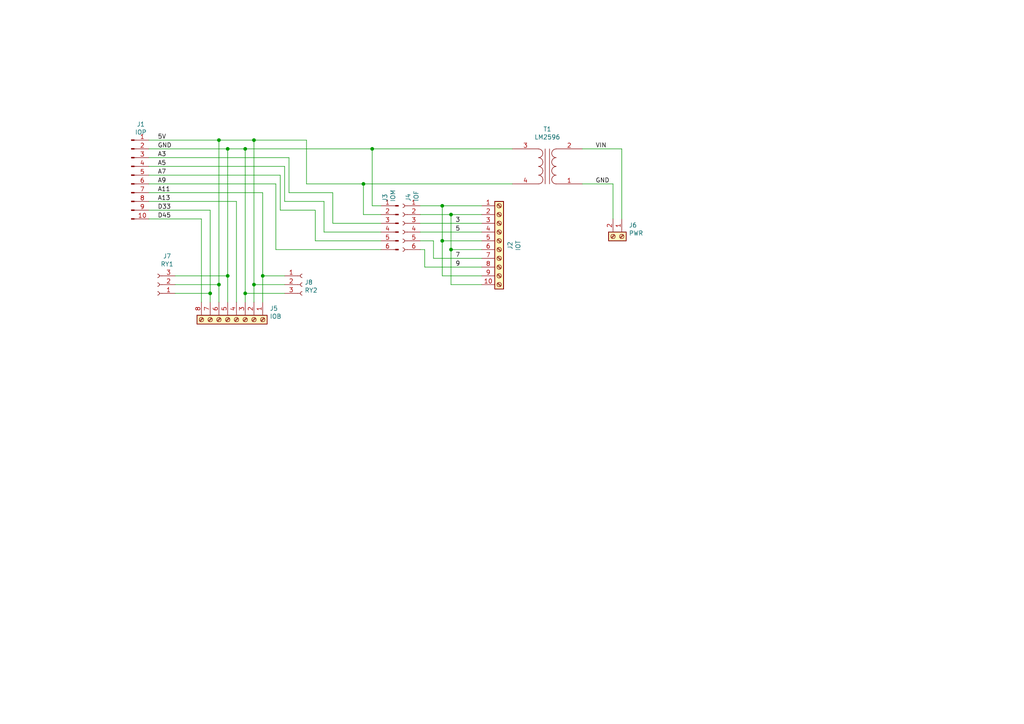
<source format=kicad_sch>
(kicad_sch (version 20230121) (generator eeschema)
  (paper "A4")
  (lib_symbols
    (symbol "Connector:Screw_Terminal_01x02" (pin_names (offset 1.016) hide)
      (property "Reference" "J" (at 0 2.54 0))
      (property "Value" "Screw_Terminal_01x02" (at 0 -5.08 0))
      (symbol "Screw_Terminal_01x02_1_1"
        (rectangle (start -1.27 1.27) (end 1.27 -3.81) (stroke (width 0.254)) (fill (type background)))
        (circle (center 0 -2.54) (radius 0.635) (stroke (width 0.1524)))
        (polyline (pts (xy -0.5334 -2.2098) (xy 0.3302 -3.048)) (stroke (width 0.1524)))
        (polyline (pts (xy -0.5334 0.3302) (xy 0.3302 -0.508)) (stroke (width 0.1524)))
        (polyline (pts (xy -0.3556 -2.032) (xy 0.508 -2.8702)) (stroke (width 0.1524)))
        (polyline (pts (xy -0.3556 0.508) (xy 0.508 -0.3302)) (stroke (width 0.1524)))
        (circle (center 0 0) (radius 0.635) (stroke (width 0.1524)))
        (pin passive line (at -5.08 0 0) (length 3.81) (name "Pin_1") (number "1"))
        (pin passive line (at -5.08 -2.54 0) (length 3.81) (name "Pin_2") (number "2"))
      )
    )
    (symbol "Connector:Screw_Terminal_01x08" (pin_names (offset 1.016) hide)
      (property "Reference" "J" (at 0 10.16 0))
      (property "Value" "Screw_Terminal_01x08" (at 0 -12.7 0))
      (symbol "Screw_Terminal_01x08_1_1"
        (rectangle (start -1.27 8.89) (end 1.27 -11.43) (stroke (width 0.254)) (fill (type background)))
        (circle (center 0 -10.16) (radius 0.635) (stroke (width 0.1524)))
        (circle (center 0 -7.62) (radius 0.635) (stroke (width 0.1524)))
        (circle (center 0 -5.08) (radius 0.635) (stroke (width 0.1524)))
        (circle (center 0 -2.54) (radius 0.635) (stroke (width 0.1524)))
        (polyline (pts (xy -0.5334 -9.8298) (xy 0.3302 -10.668)) (stroke (width 0.1524)))
        (polyline (pts (xy -0.5334 -7.2898) (xy 0.3302 -8.128)) (stroke (width 0.1524)))
        (polyline (pts (xy -0.5334 -4.7498) (xy 0.3302 -5.588)) (stroke (width 0.1524)))
        (polyline (pts (xy -0.5334 -2.2098) (xy 0.3302 -3.048)) (stroke (width 0.1524)))
        (polyline (pts (xy -0.5334 0.3302) (xy 0.3302 -0.508)) (stroke (width 0.1524)))
        (polyline (pts (xy -0.5334 2.8702) (xy 0.3302 2.032)) (stroke (width 0.1524)))
        (polyline (pts (xy -0.5334 5.4102) (xy 0.3302 4.572)) (stroke (width 0.1524)))
        (polyline (pts (xy -0.5334 7.9502) (xy 0.3302 7.112)) (stroke (width 0.1524)))
        (polyline (pts (xy -0.3556 -9.652) (xy 0.508 -10.4902)) (stroke (width 0.1524)))
        (polyline (pts (xy -0.3556 -7.112) (xy 0.508 -7.9502)) (stroke (width 0.1524)))
        (polyline (pts (xy -0.3556 -4.572) (xy 0.508 -5.4102)) (stroke (width 0.1524)))
        (polyline (pts (xy -0.3556 -2.032) (xy 0.508 -2.8702)) (stroke (width 0.1524)))
        (polyline (pts (xy -0.3556 0.508) (xy 0.508 -0.3302)) (stroke (width 0.1524)))
        (polyline (pts (xy -0.3556 3.048) (xy 0.508 2.2098)) (stroke (width 0.1524)))
        (polyline (pts (xy -0.3556 5.588) (xy 0.508 4.7498)) (stroke (width 0.1524)))
        (polyline (pts (xy -0.3556 8.128) (xy 0.508 7.2898)) (stroke (width 0.1524)))
        (circle (center 0 0) (radius 0.635) (stroke (width 0.1524)))
        (circle (center 0 2.54) (radius 0.635) (stroke (width 0.1524)))
        (circle (center 0 5.08) (radius 0.635) (stroke (width 0.1524)))
        (circle (center 0 7.62) (radius 0.635) (stroke (width 0.1524)))
        (pin passive line (at -5.08 7.62 0) (length 3.81) (name "Pin_1") (number "1"))
        (pin passive line (at -5.08 5.08 0) (length 3.81) (name "Pin_2") (number "2"))
        (pin passive line (at -5.08 2.54 0) (length 3.81) (name "Pin_3") (number "3"))
        (pin passive line (at -5.08 0 0) (length 3.81) (name "Pin_4") (number "4"))
        (pin passive line (at -5.08 -2.54 0) (length 3.81) (name "Pin_5") (number "5"))
        (pin passive line (at -5.08 -5.08 0) (length 3.81) (name "Pin_6") (number "6"))
        (pin passive line (at -5.08 -7.62 0) (length 3.81) (name "Pin_7") (number "7"))
        (pin passive line (at -5.08 -10.16 0) (length 3.81) (name "Pin_8") (number "8"))
      )
    )
    (symbol "Connector:Screw_Terminal_01x10" (pin_names (offset 1.016) hide)
      (property "Reference" "J" (at 0 12.7 0))
      (property "Value" "Screw_Terminal_01x10" (at 0 -15.24 0))
      (symbol "Screw_Terminal_01x10_1_1"
        (rectangle (start -1.27 11.43) (end 1.27 -13.97) (stroke (width 0.254)) (fill (type background)))
        (circle (center 0 -12.7) (radius 0.635) (stroke (width 0.1524)))
        (circle (center 0 -10.16) (radius 0.635) (stroke (width 0.1524)))
        (circle (center 0 -7.62) (radius 0.635) (stroke (width 0.1524)))
        (circle (center 0 -5.08) (radius 0.635) (stroke (width 0.1524)))
        (circle (center 0 -2.54) (radius 0.635) (stroke (width 0.1524)))
        (polyline (pts (xy -0.5334 -12.3698) (xy 0.3302 -13.208)) (stroke (width 0.1524)))
        (polyline (pts (xy -0.5334 -9.8298) (xy 0.3302 -10.668)) (stroke (width 0.1524)))
        (polyline (pts (xy -0.5334 -7.2898) (xy 0.3302 -8.128)) (stroke (width 0.1524)))
        (polyline (pts (xy -0.5334 -4.7498) (xy 0.3302 -5.588)) (stroke (width 0.1524)))
        (polyline (pts (xy -0.5334 -2.2098) (xy 0.3302 -3.048)) (stroke (width 0.1524)))
        (polyline (pts (xy -0.5334 0.3302) (xy 0.3302 -0.508)) (stroke (width 0.1524)))
        (polyline (pts (xy -0.5334 2.8702) (xy 0.3302 2.032)) (stroke (width 0.1524)))
        (polyline (pts (xy -0.5334 5.4102) (xy 0.3302 4.572)) (stroke (width 0.1524)))
        (polyline (pts (xy -0.5334 7.9502) (xy 0.3302 7.112)) (stroke (width 0.1524)))
        (polyline (pts (xy -0.5334 10.4902) (xy 0.3302 9.652)) (stroke (width 0.1524)))
        (polyline (pts (xy -0.3556 -12.192) (xy 0.508 -13.0302)) (stroke (width 0.1524)))
        (polyline (pts (xy -0.3556 -9.652) (xy 0.508 -10.4902)) (stroke (width 0.1524)))
        (polyline (pts (xy -0.3556 -7.112) (xy 0.508 -7.9502)) (stroke (width 0.1524)))
        (polyline (pts (xy -0.3556 -4.572) (xy 0.508 -5.4102)) (stroke (width 0.1524)))
        (polyline (pts (xy -0.3556 -2.032) (xy 0.508 -2.8702)) (stroke (width 0.1524)))
        (polyline (pts (xy -0.3556 0.508) (xy 0.508 -0.3302)) (stroke (width 0.1524)))
        (polyline (pts (xy -0.3556 3.048) (xy 0.508 2.2098)) (stroke (width 0.1524)))
        (polyline (pts (xy -0.3556 5.588) (xy 0.508 4.7498)) (stroke (width 0.1524)))
        (polyline (pts (xy -0.3556 8.128) (xy 0.508 7.2898)) (stroke (width 0.1524)))
        (polyline (pts (xy -0.3556 10.668) (xy 0.508 9.8298)) (stroke (width 0.1524)))
        (circle (center 0 0) (radius 0.635) (stroke (width 0.1524)))
        (circle (center 0 2.54) (radius 0.635) (stroke (width 0.1524)))
        (circle (center 0 5.08) (radius 0.635) (stroke (width 0.1524)))
        (circle (center 0 7.62) (radius 0.635) (stroke (width 0.1524)))
        (circle (center 0 10.16) (radius 0.635) (stroke (width 0.1524)))
        (pin passive line (at -5.08 10.16 0) (length 3.81) (name "Pin_1") (number "1"))
        (pin passive line (at -5.08 -12.7 0) (length 3.81) (name "Pin_10") (number "10"))
        (pin passive line (at -5.08 7.62 0) (length 3.81) (name "Pin_2") (number "2"))
        (pin passive line (at -5.08 5.08 0) (length 3.81) (name "Pin_3") (number "3"))
        (pin passive line (at -5.08 2.54 0) (length 3.81) (name "Pin_4") (number "4"))
        (pin passive line (at -5.08 0 0) (length 3.81) (name "Pin_5") (number "5"))
        (pin passive line (at -5.08 -2.54 0) (length 3.81) (name "Pin_6") (number "6"))
        (pin passive line (at -5.08 -5.08 0) (length 3.81) (name "Pin_7") (number "7"))
        (pin passive line (at -5.08 -7.62 0) (length 3.81) (name "Pin_8") (number "8"))
        (pin passive line (at -5.08 -10.16 0) (length 3.81) (name "Pin_9") (number "9"))
      )
    )
    (symbol "Device:Transformer_1P_1S" (pin_names (offset 1.016) hide)
      (property "Reference" "T" (at 0 6.35 0))
      (property "Value" "Transformer_1P_1S" (at 0 -7.62 0))
      (symbol "Transformer_1P_1S_0_1"
        (arc (start -2.54 -5.0546) (mid -1.6599 -4.6901) (end -1.27 -3.81))
        (arc (start -2.54 -2.5146) (mid -1.6599 -2.1501) (end -1.27 -1.27))
        (arc (start -2.54 0.0254) (mid -1.6599 0.3899) (end -1.27 1.27))
        (arc (start -2.54 2.5654) (mid -1.6599 2.9299) (end -1.27 3.81))
        (arc (start -1.27 -3.81) (mid -1.642 -2.912) (end -2.54 -2.54))
        (arc (start -1.27 -1.27) (mid -1.642 -0.372) (end -2.54 0))
        (arc (start -1.27 1.27) (mid -1.642 2.168) (end -2.54 2.54))
        (arc (start -1.27 3.81) (mid -1.642 4.708) (end -2.54 5.08))
        (polyline (pts (xy -0.635 5.08) (xy -0.635 -5.08)))
        (polyline (pts (xy 0.635 -5.08) (xy 0.635 5.08)))
        (arc (start 1.2954 -1.27) (mid 1.6599 -2.1501) (end 2.54 -2.5146))
        (arc (start 1.2954 1.27) (mid 1.6599 0.3899) (end 2.54 0.0254))
        (arc (start 1.2954 3.81) (mid 1.6599 2.9299) (end 2.54 2.5654))
        (arc (start 1.3208 -3.81) (mid 1.6853 -4.6901) (end 2.5654 -5.0546))
        (arc (start 2.54 0) (mid 1.642 -0.372) (end 1.2954 -1.27))
        (arc (start 2.54 2.54) (mid 1.642 2.168) (end 1.2954 1.27))
        (arc (start 2.54 5.08) (mid 1.642 4.708) (end 1.2954 3.81))
        (arc (start 2.5654 -2.54) (mid 1.6674 -2.912) (end 1.3208 -3.81))
      )
      (symbol "Transformer_1P_1S_1_1"
        (pin passive line (at -10.16 5.08 0) (length 7.62) (name "AA") (number "1"))
        (pin passive line (at -10.16 -5.08 0) (length 7.62) (name "AB") (number "2"))
        (pin passive line (at 10.16 -5.08 180) (length 7.62) (name "SA") (number "3"))
        (pin passive line (at 10.16 5.08 180) (length 7.62) (name "SB") (number "4"))
      )
    )
    (symbol "SIOST-rescue:Conn_01x03_Female-Connector" (pin_names (offset 1.016) hide)
      (property "Reference" "J" (at 0 5.08 0))
      (property "Value" "Connector_Conn_01x03_Female" (at 0 -5.08 0))
      (symbol "Conn_01x03_Female-Connector_1_1"
        (arc (start 0 -2.032) (mid -0.5058 -2.54) (end 0 -3.048) (stroke (width 0.1524)))
        (polyline (pts (xy -1.27 -2.54) (xy -0.508 -2.54)) (stroke (width 0.1524)))
        (polyline (pts (xy -1.27 0) (xy -0.508 0)) (stroke (width 0.1524)))
        (polyline (pts (xy -1.27 2.54) (xy -0.508 2.54)) (stroke (width 0.1524)))
        (arc (start 0 0.508) (mid -0.5058 0) (end 0 -0.508) (stroke (width 0.1524)))
        (arc (start 0 3.048) (mid -0.5058 2.54) (end 0 2.032) (stroke (width 0.1524)))
        (pin passive line (at -5.08 2.54 0) (length 3.81) (name "Pin_1") (number "1"))
        (pin passive line (at -5.08 0 0) (length 3.81) (name "Pin_2") (number "2"))
        (pin passive line (at -5.08 -2.54 0) (length 3.81) (name "Pin_3") (number "3"))
      )
    )
    (symbol "SIOST-rescue:Conn_01x06_Female-Connector" (pin_names (offset 1.016) hide)
      (property "Reference" "J" (at 0 7.62 0))
      (property "Value" "Connector_Conn_01x06_Female" (at 0 -10.16 0))
      (symbol "Conn_01x06_Female-Connector_1_1"
        (arc (start 0 -7.112) (mid -0.5058 -7.62) (end 0 -8.128) (stroke (width 0.1524)))
        (arc (start 0 -4.572) (mid -0.5058 -5.08) (end 0 -5.588) (stroke (width 0.1524)))
        (arc (start 0 -2.032) (mid -0.5058 -2.54) (end 0 -3.048) (stroke (width 0.1524)))
        (polyline (pts (xy -1.27 -7.62) (xy -0.508 -7.62)) (stroke (width 0.1524)))
        (polyline (pts (xy -1.27 -5.08) (xy -0.508 -5.08)) (stroke (width 0.1524)))
        (polyline (pts (xy -1.27 -2.54) (xy -0.508 -2.54)) (stroke (width 0.1524)))
        (polyline (pts (xy -1.27 0) (xy -0.508 0)) (stroke (width 0.1524)))
        (polyline (pts (xy -1.27 2.54) (xy -0.508 2.54)) (stroke (width 0.1524)))
        (polyline (pts (xy -1.27 5.08) (xy -0.508 5.08)) (stroke (width 0.1524)))
        (arc (start 0 0.508) (mid -0.5058 0) (end 0 -0.508) (stroke (width 0.1524)))
        (arc (start 0 3.048) (mid -0.5058 2.54) (end 0 2.032) (stroke (width 0.1524)))
        (arc (start 0 5.588) (mid -0.5058 5.08) (end 0 4.572) (stroke (width 0.1524)))
        (pin passive line (at -5.08 5.08 0) (length 3.81) (name "Pin_1") (number "1"))
        (pin passive line (at -5.08 2.54 0) (length 3.81) (name "Pin_2") (number "2"))
        (pin passive line (at -5.08 0 0) (length 3.81) (name "Pin_3") (number "3"))
        (pin passive line (at -5.08 -2.54 0) (length 3.81) (name "Pin_4") (number "4"))
        (pin passive line (at -5.08 -5.08 0) (length 3.81) (name "Pin_5") (number "5"))
        (pin passive line (at -5.08 -7.62 0) (length 3.81) (name "Pin_6") (number "6"))
      )
    )
    (symbol "SIOST-rescue:Conn_01x06_Male-Connector" (pin_names (offset 1.016) hide)
      (property "Reference" "J" (at 0 7.62 0))
      (property "Value" "Connector_Conn_01x06_Male" (at 0 -10.16 0))
      (symbol "Conn_01x06_Male-Connector_1_1"
        (polyline (pts (xy 1.27 -7.62) (xy 0.8636 -7.62)) (stroke (width 0.1524)))
        (polyline (pts (xy 1.27 -5.08) (xy 0.8636 -5.08)) (stroke (width 0.1524)))
        (polyline (pts (xy 1.27 -2.54) (xy 0.8636 -2.54)) (stroke (width 0.1524)))
        (polyline (pts (xy 1.27 0) (xy 0.8636 0)) (stroke (width 0.1524)))
        (polyline (pts (xy 1.27 2.54) (xy 0.8636 2.54)) (stroke (width 0.1524)))
        (polyline (pts (xy 1.27 5.08) (xy 0.8636 5.08)) (stroke (width 0.1524)))
        (rectangle (start 0.8636 -7.493) (end 0 -7.747) (stroke (width 0.1524)) (fill (type outline)))
        (rectangle (start 0.8636 -4.953) (end 0 -5.207) (stroke (width 0.1524)) (fill (type outline)))
        (rectangle (start 0.8636 -2.413) (end 0 -2.667) (stroke (width 0.1524)) (fill (type outline)))
        (rectangle (start 0.8636 0.127) (end 0 -0.127) (stroke (width 0.1524)) (fill (type outline)))
        (rectangle (start 0.8636 2.667) (end 0 2.413) (stroke (width 0.1524)) (fill (type outline)))
        (rectangle (start 0.8636 5.207) (end 0 4.953) (stroke (width 0.1524)) (fill (type outline)))
        (pin passive line (at 5.08 5.08 180) (length 3.81) (name "Pin_1") (number "1"))
        (pin passive line (at 5.08 2.54 180) (length 3.81) (name "Pin_2") (number "2"))
        (pin passive line (at 5.08 0 180) (length 3.81) (name "Pin_3") (number "3"))
        (pin passive line (at 5.08 -2.54 180) (length 3.81) (name "Pin_4") (number "4"))
        (pin passive line (at 5.08 -5.08 180) (length 3.81) (name "Pin_5") (number "5"))
        (pin passive line (at 5.08 -7.62 180) (length 3.81) (name "Pin_6") (number "6"))
      )
    )
    (symbol "SIOST-rescue:Conn_01x10_Male-Connector" (pin_names (offset 1.016) hide)
      (property "Reference" "J" (at 0 12.7 0))
      (property "Value" "Connector_Conn_01x10_Male" (at 0 -15.24 0))
      (symbol "Conn_01x10_Male-Connector_1_1"
        (polyline (pts (xy 1.27 -12.7) (xy 0.8636 -12.7)) (stroke (width 0.1524)))
        (polyline (pts (xy 1.27 -10.16) (xy 0.8636 -10.16)) (stroke (width 0.1524)))
        (polyline (pts (xy 1.27 -7.62) (xy 0.8636 -7.62)) (stroke (width 0.1524)))
        (polyline (pts (xy 1.27 -5.08) (xy 0.8636 -5.08)) (stroke (width 0.1524)))
        (polyline (pts (xy 1.27 -2.54) (xy 0.8636 -2.54)) (stroke (width 0.1524)))
        (polyline (pts (xy 1.27 0) (xy 0.8636 0)) (stroke (width 0.1524)))
        (polyline (pts (xy 1.27 2.54) (xy 0.8636 2.54)) (stroke (width 0.1524)))
        (polyline (pts (xy 1.27 5.08) (xy 0.8636 5.08)) (stroke (width 0.1524)))
        (polyline (pts (xy 1.27 7.62) (xy 0.8636 7.62)) (stroke (width 0.1524)))
        (polyline (pts (xy 1.27 10.16) (xy 0.8636 10.16)) (stroke (width 0.1524)))
        (rectangle (start 0.8636 -12.573) (end 0 -12.827) (stroke (width 0.1524)) (fill (type outline)))
        (rectangle (start 0.8636 -10.033) (end 0 -10.287) (stroke (width 0.1524)) (fill (type outline)))
        (rectangle (start 0.8636 -7.493) (end 0 -7.747) (stroke (width 0.1524)) (fill (type outline)))
        (rectangle (start 0.8636 -4.953) (end 0 -5.207) (stroke (width 0.1524)) (fill (type outline)))
        (rectangle (start 0.8636 -2.413) (end 0 -2.667) (stroke (width 0.1524)) (fill (type outline)))
        (rectangle (start 0.8636 0.127) (end 0 -0.127) (stroke (width 0.1524)) (fill (type outline)))
        (rectangle (start 0.8636 2.667) (end 0 2.413) (stroke (width 0.1524)) (fill (type outline)))
        (rectangle (start 0.8636 5.207) (end 0 4.953) (stroke (width 0.1524)) (fill (type outline)))
        (rectangle (start 0.8636 7.747) (end 0 7.493) (stroke (width 0.1524)) (fill (type outline)))
        (rectangle (start 0.8636 10.287) (end 0 10.033) (stroke (width 0.1524)) (fill (type outline)))
        (pin passive line (at 5.08 10.16 180) (length 3.81) (name "Pin_1") (number "1"))
        (pin passive line (at 5.08 -12.7 180) (length 3.81) (name "Pin_10") (number "10"))
        (pin passive line (at 5.08 7.62 180) (length 3.81) (name "Pin_2") (number "2"))
        (pin passive line (at 5.08 5.08 180) (length 3.81) (name "Pin_3") (number "3"))
        (pin passive line (at 5.08 2.54 180) (length 3.81) (name "Pin_4") (number "4"))
        (pin passive line (at 5.08 0 180) (length 3.81) (name "Pin_5") (number "5"))
        (pin passive line (at 5.08 -2.54 180) (length 3.81) (name "Pin_6") (number "6"))
        (pin passive line (at 5.08 -5.08 180) (length 3.81) (name "Pin_7") (number "7"))
        (pin passive line (at 5.08 -7.62 180) (length 3.81) (name "Pin_8") (number "8"))
        (pin passive line (at 5.08 -10.16 180) (length 3.81) (name "Pin_9") (number "9"))
      )
    )
  )
  (junction (at 63.5 82.55))
  (junction (at 128.27 69.85))
  (junction (at 73.66 40.64))
  (junction (at 60.96 85.09))
  (junction (at 76.2 80.01))
  (junction (at 130.81 62.23))
  (junction (at 107.95 43.18))
  (junction (at 66.04 43.18))
  (junction (at 63.5 40.64))
  (junction (at 66.04 80.01))
  (junction (at 128.27 59.69))
  (junction (at 105.41 53.34))
  (junction (at 71.12 85.09))
  (junction (at 73.66 82.55))
  (junction (at 71.12 43.18))
  (junction (at 130.81 72.39))
  (wire (pts (xy 82.55 58.42) (xy 93.98 58.42)))
  (wire (pts (xy 123.19 77.47) (xy 139.7 77.47)))
  (wire (pts (xy 66.04 43.18) (xy 66.04 80.01)))
  (wire (pts (xy 121.92 59.69) (xy 128.27 59.69)))
  (wire (pts (xy 50.8 80.01) (xy 66.04 80.01)))
  (wire (pts (xy 66.04 80.01) (xy 66.04 87.63)))
  (wire (pts (xy 43.18 58.42) (xy 68.58 58.42)))
  (wire (pts (xy 71.12 87.63) (xy 71.12 85.09)))
  (wire (pts (xy 168.91 53.34) (xy 177.8 53.34)))
  (wire (pts (xy 121.92 67.31) (xy 139.7 67.31)))
  (wire (pts (xy 82.55 85.09) (xy 71.12 85.09)))
  (wire (pts (xy 66.04 43.18) (xy 71.12 43.18)))
  (wire (pts (xy 91.44 69.85) (xy 110.49 69.85)))
  (wire (pts (xy 73.66 82.55) (xy 73.66 87.63)))
  (wire (pts (xy 93.98 58.42) (xy 93.98 67.31)))
  (wire (pts (xy 80.01 72.39) (xy 110.49 72.39)))
  (wire (pts (xy 43.18 50.8) (xy 81.28 50.8)))
  (wire (pts (xy 63.5 40.64) (xy 63.5 82.55)))
  (wire (pts (xy 82.55 80.01) (xy 76.2 80.01)))
  (wire (pts (xy 128.27 80.01) (xy 128.27 69.85)))
  (wire (pts (xy 128.27 69.85) (xy 139.7 69.85)))
  (wire (pts (xy 130.81 82.55) (xy 130.81 72.39)))
  (wire (pts (xy 148.59 53.34) (xy 105.41 53.34)))
  (wire (pts (xy 83.82 55.88) (xy 96.52 55.88)))
  (wire (pts (xy 50.8 82.55) (xy 63.5 82.55)))
  (wire (pts (xy 177.8 53.34) (xy 177.8 63.5)))
  (wire (pts (xy 68.58 58.42) (xy 68.58 87.63)))
  (wire (pts (xy 43.18 43.18) (xy 66.04 43.18)))
  (wire (pts (xy 73.66 40.64) (xy 73.66 82.55)))
  (wire (pts (xy 96.52 64.77) (xy 110.49 64.77)))
  (wire (pts (xy 139.7 80.01) (xy 128.27 80.01)))
  (wire (pts (xy 130.81 62.23) (xy 139.7 62.23)))
  (wire (pts (xy 43.18 53.34) (xy 80.01 53.34)))
  (wire (pts (xy 73.66 40.64) (xy 88.9 40.64)))
  (wire (pts (xy 107.95 43.18) (xy 148.59 43.18)))
  (wire (pts (xy 107.95 59.69) (xy 107.95 43.18)))
  (wire (pts (xy 76.2 55.88) (xy 76.2 80.01)))
  (wire (pts (xy 128.27 59.69) (xy 128.27 69.85)))
  (wire (pts (xy 81.28 60.96) (xy 91.44 60.96)))
  (wire (pts (xy 71.12 43.18) (xy 107.95 43.18)))
  (wire (pts (xy 50.8 85.09) (xy 60.96 85.09)))
  (wire (pts (xy 43.18 63.5) (xy 58.42 63.5)))
  (wire (pts (xy 121.92 69.85) (xy 125.73 69.85)))
  (wire (pts (xy 76.2 80.01) (xy 76.2 87.63)))
  (wire (pts (xy 80.01 53.34) (xy 80.01 72.39)))
  (wire (pts (xy 180.34 43.18) (xy 180.34 63.5)))
  (wire (pts (xy 168.91 43.18) (xy 180.34 43.18)))
  (wire (pts (xy 82.55 48.26) (xy 82.55 58.42)))
  (wire (pts (xy 60.96 85.09) (xy 60.96 87.63)))
  (wire (pts (xy 43.18 48.26) (xy 82.55 48.26)))
  (wire (pts (xy 60.96 60.96) (xy 60.96 85.09)))
  (wire (pts (xy 71.12 85.09) (xy 71.12 43.18)))
  (wire (pts (xy 43.18 60.96) (xy 60.96 60.96)))
  (wire (pts (xy 130.81 62.23) (xy 130.81 72.39)))
  (wire (pts (xy 125.73 69.85) (xy 125.73 74.93)))
  (wire (pts (xy 128.27 59.69) (xy 139.7 59.69)))
  (wire (pts (xy 105.41 53.34) (xy 88.9 53.34)))
  (wire (pts (xy 96.52 55.88) (xy 96.52 64.77)))
  (wire (pts (xy 91.44 60.96) (xy 91.44 69.85)))
  (wire (pts (xy 43.18 45.72) (xy 83.82 45.72)))
  (wire (pts (xy 63.5 40.64) (xy 73.66 40.64)))
  (wire (pts (xy 139.7 82.55) (xy 130.81 82.55)))
  (wire (pts (xy 93.98 67.31) (xy 110.49 67.31)))
  (wire (pts (xy 121.92 64.77) (xy 139.7 64.77)))
  (wire (pts (xy 83.82 45.72) (xy 83.82 55.88)))
  (wire (pts (xy 123.19 72.39) (xy 123.19 77.47)))
  (wire (pts (xy 43.18 40.64) (xy 63.5 40.64)))
  (wire (pts (xy 121.92 72.39) (xy 123.19 72.39)))
  (wire (pts (xy 81.28 50.8) (xy 81.28 60.96)))
  (wire (pts (xy 125.73 74.93) (xy 139.7 74.93)))
  (wire (pts (xy 82.55 82.55) (xy 73.66 82.55)))
  (wire (pts (xy 58.42 63.5) (xy 58.42 87.63)))
  (wire (pts (xy 63.5 82.55) (xy 63.5 87.63)))
  (wire (pts (xy 105.41 62.23) (xy 105.41 53.34)))
  (wire (pts (xy 43.18 55.88) (xy 76.2 55.88)))
  (wire (pts (xy 121.92 62.23) (xy 130.81 62.23)))
  (wire (pts (xy 110.49 59.69) (xy 107.95 59.69)))
  (wire (pts (xy 88.9 53.34) (xy 88.9 40.64)))
  (wire (pts (xy 110.49 62.23) (xy 105.41 62.23)))
  (wire (pts (xy 130.81 72.39) (xy 139.7 72.39)))
  (label "A11" (at 45.72 55.88 0))
  (label "D45" (at 45.72 63.5 0))
  (label "A9" (at 45.72 53.34 0))
  (label "A7" (at 45.72 50.8 0))
  (label "VIN" (at 172.72 43.18 0))
  (label "GND" (at 45.72 43.18 0))
  (label "5V" (at 45.72 40.64 0))
  (label "GND" (at 172.72 53.34 0))
  (label "A3" (at 45.72 45.72 0))
  (label "5" (at 132.08 67.31 0))
  (label "A5" (at 45.72 48.26 0))
  (label "A13" (at 45.72 58.42 0))
  (label "3" (at 132.08 64.77 0))
  (label "D33" (at 45.72 60.96 0))
  (label "7" (at 132.08 74.93 0))
  (label "9" (at 132.08 77.47 0))
  (symbol (lib_id "SIOST-rescue:Conn_01x10_Male-Connector") (at 38.1 50.8 0) (unit 1)
    (property "Reference" "J1" (at 40.8432 36.0426 0))
    (property "Value" "IOP" (at 40.8432 38.354 0))
    (property "Footprint" "Connector_PinHeader_2.54mm:PinHeader_1x10_P2.54mm_Vertical" (effects hide))
  )
  (symbol (lib_id "Device:Transformer_1P_1S") (at 158.75 48.26 180) (unit 1)
    (property "Reference" "T1" (at 158.75 37.465 0))
    (property "Value" "LM2596" (at 158.75 39.7764 0))
    (property "Footprint" "Transformer_THT:Transformer_Toroid_Horizontal_D18.0mm" (effects hide))
  )
  (symbol (lib_id "SIOST-rescue:Conn_01x06_Male-Connector") (at 115.57 64.77 0) (mirror y) (unit 1)
    (property "Reference" "J3" (at 111.6584 58.5724 90) (effects (justify left)))
    (property "Value" "IOM" (at 113.9698 58.5724 90) (effects (justify left)))
    (property "Footprint" "Connector_PinHeader_2.54mm:PinHeader_1x06_P2.54mm_Vertical" (effects hide))
  )
  (symbol (lib_id "Connector:Screw_Terminal_01x02") (at 180.34 68.58 270) (unit 1)
    (property "Reference" "J6" (at 182.372 65.3288 90) (effects (justify left)))
    (property "Value" "PWR" (at 182.372 67.6402 90) (effects (justify left)))
    (property "Footprint" "TerminalBlock_Phoenix:TerminalBlock_Phoenix_MKDS-1,5-2-5.08_1x02_P5.08mm_Horizontal" (effects hide))
  )
  (symbol (lib_id "Connector:Screw_Terminal_01x10") (at 144.78 69.85 0) (unit 1)
    (property "Reference" "J2" (at 147.955 71.2216 90))
    (property "Value" "IOT" (at 150.2664 71.2216 90))
    (property "Footprint" "TerminalBlock_Phoenix:TerminalBlock_Phoenix_MKDS-1,5-10-5.08_1x10_P5.08mm_Horizontal" (effects hide))
  )
  (symbol (lib_id "SIOST-rescue:Conn_01x06_Female-Connector") (at 116.84 64.77 0) (mirror y) (unit 1)
    (property "Reference" "J4" (at 118.4148 58.4708 90) (effects (justify left)))
    (property "Value" "IOF" (at 120.7262 58.4708 90) (effects (justify left)))
    (property "Footprint" "Connector_PinSocket_2.54mm:PinSocket_1x06_P2.54mm_Vertical" (effects hide))
  )
  (symbol (lib_id "Connector:Screw_Terminal_01x08") (at 68.58 92.71 270) (unit 1)
    (property "Reference" "J5" (at 78.232 89.4588 90) (effects (justify left)))
    (property "Value" "IOB" (at 78.232 91.7702 90) (effects (justify left)))
    (property "Footprint" "TerminalBlock_Phoenix:TerminalBlock_Phoenix_MKDS-1,5-8-5.08_1x08_P5.08mm_Horizontal" (effects hide))
  )
  (symbol (lib_id "SIOST-rescue:Conn_01x03_Female-Connector") (at 87.63 82.55 0) (unit 1)
    (property "Reference" "J8" (at 88.3412 81.8896 0) (effects (justify left)))
    (property "Value" "RY2" (at 88.3412 84.201 0) (effects (justify left)))
    (property "Footprint" "Connector_PinSocket_2.54mm:PinSocket_1x03_P2.54mm_Vertical" (effects hide))
  )
  (symbol (lib_id "SIOST-rescue:Conn_01x03_Female-Connector") (at 45.72 82.55 180) (unit 1)
    (property "Reference" "J7" (at 48.4632 74.295 0))
    (property "Value" "RY1" (at 48.4632 76.6064 0))
    (property "Footprint" "Connector_PinSocket_2.54mm:PinSocket_1x03_P2.54mm_Vertical" (effects hide))
  )
)
</source>
